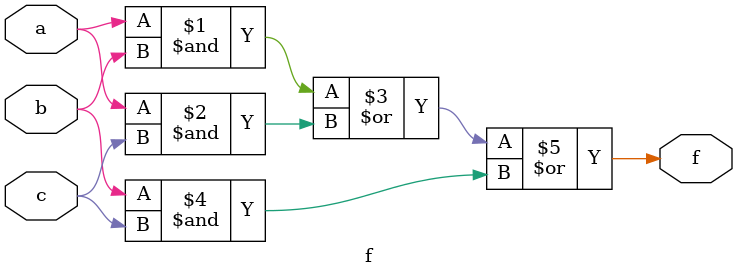
<source format=v>
module f(a, b, c, f);
  input a, b, c;
  output f;
  assign f = (a & b) | (a & c) | (b & c);
endmodule

</source>
